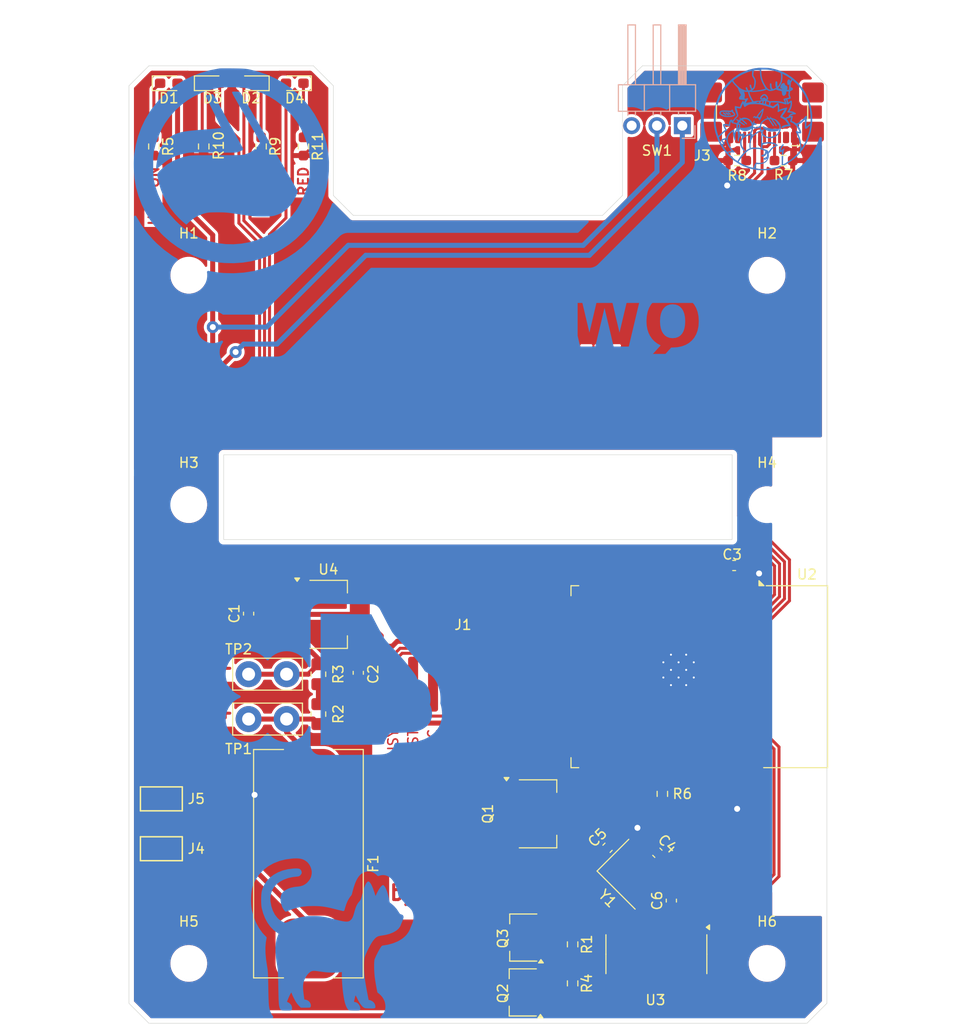
<source format=kicad_pcb>
(kicad_pcb (version 20240108) (generator "pcbnew") (generator_version "8.0")
  (layers (0 "F.Cu" signal) (31 "B.Cu" signal) (34 "B.Paste" user) (35 "F.Paste" user) (36 "B.SilkS" user "B.Silkscreen") (37 "F.SilkS" user "F.Silkscreen") (38 "B.Mask" user) (39 "F.Mask" user) (44 "Edge.Cuts" user))
  (net 0 "")
  (net 1 "+BATT")
  (net 2 "GND")
  (net 3 "+3V3")
  (net 4 "DISPLAY_EN")
  (net 5 "Net-(J1-Pin_7)")
  (net 13 "Net-(J3-CC1)")
  (net 17 "UART_RX")
  (net 23 "UART_TX")
  (net 25 "Net-(J3-CC2)")
  (net 26 "DISP_DIN")
  (net 27 "DISP_SCLK")
  (net 28 "DISP_RST")
  (net 29 "DISP_DC")
  (net 30 "DISP_BUSY")
  (net 31 "DISP_CS")
  (net 32 "Net-(R2-Pad2)")
  (net 33 "Net-(U3-XI)")
  (net 34 "Net-(U3-XO)")
  (net 39 "USB_D_{+}")
  (net 45 "USB_D_{-}")
  (net 49 "Net-(Q2-E)")
  (net 50 "MCU_EN")
  (net 51 "Net-(Q2-B)")
  (net 52 "Net-(Q3-E)")
  (net 53 "Net-(Q3-B)")
  (net 54 "MCU_BOOTSEL")
  (net 61 "Net-(D1-A)")
  (net 63 "Net-(D1-K)")
  (net 64 "/BATCON")
  (net 66 "Net-(U4-VI)")
  (net 67 "Net-(D2-K)")
  (net 68 "Net-(D2-A)")
  (net 69 "Net-(D3-A)")
  (net 70 "Net-(D3-K)")
  (net 71 "Net-(D4-A)")
  (net 72 "Net-(D4-K)")
  (footprint "Package_TO_SOT_SMD:SOT-89-3_Handsoldering" (layer "F.Cu") (at 199.55 119.405001 180)
    (property "Reference" "Q3")
    (property "Value" "BST40")
  )
  (footprint "TestPoint:TestPoint_Bridge_Pitch3.81mm_Drill1.3mm" (layer "F.Cu") (at 172 97.5)
    (property "Reference" "TP1")
    (property "Value" "I+")
  )
  (footprint "Package_TO_SOT_SMD:SOT-223-3_TabPin2" (layer "F.Cu") (at 201 107)
    (property "Reference" "Q1")
    (property "Value" "BUK9880")
  )
  (footprint "TestPoint:TestPoint_Bridge_Pitch3.81mm_Drill1.3mm" (layer "F.Cu") (at 172 93)
    (property "Reference" "TP2")
    (property "Value" "I-")
  )
  (footprint "Resistor_SMD:R_0603_1608Metric_Pad0.98x0.95mm_HandSolder" (layer "F.Cu") (at 204.5 124 -90)
    (property "Reference" "R4")
    (property "Value" "10k")
  )
  (footprint "Resistor_SMD:R_0603_1608Metric_Pad0.98x0.95mm_HandSolder" (layer "F.Cu") (at 221 41.5)
    (property "Reference" "R8")
    (property "Value" "5.1k")
  )
  (footprint "Resistor_SMD:R_0603_1608Metric_Pad0.98x0.95mm_HandSolder" (layer "F.Cu") (at 225.660931 41.5 180)
    (property "Reference" "R7")
    (property "Value" "5.1k")
  )
  (footprint "MountingHole:MountingHole_3.2mm_M3" (layer "F.Cu") (at 224 76)
    (property "Reference" "H4")
    (property "Value" "M3")
  )
  (footprint "LED_SMD:LED_0603_1608Metric_Pad1.05x0.95mm_HandSolder" (layer "F.Cu") (at 176.625 33.75 180)
    (property "Reference" "D4")
    (property "Value" "RED")
  )
  (footprint "Resistor_SMD:R_0603_1608Metric_Pad0.98x0.95mm_HandSolder" (layer "F.Cu") (at 162.5 40.0875 -90)
    (property "Reference" "R5")
    (property "Value" "R_Small")
  )
  (footprint "Package_SO:SOIC-16_3.9x9.9mm_P1.27mm" (layer "F.Cu") (at 212.9 121.075 -90)
    (property "Reference" "U3")
    (property "Value" "CH340G")
  )
  (footprint "Resistor_SMD:R_0805_2012Metric_Pad1.20x1.40mm_HandSolder" (layer "F.Cu") (at 179 97 90)
    (property "Reference" "R2")
    (property "Value" "50m")
  )
  (footprint "Crystal:Crystal_SMD_3225-4Pin_3.2x2.5mm_HandSoldering" (layer "F.Cu") (at 210.45 113.055001 -45)
    (property "Reference" "Y1")
    (property "Value" "Crystal_GND24")
  )
  (footprint "Connector_JST:JST_PH_B8B-PH-SM4-TB_1x08-1MP_P2.00mm_Vertical" (layer "F.Cu") (at 193.5 93.5)
    (property "Reference" "J1")
    (property "Value" "JST")
  )
  (footprint "Capacitor_SMD:C_0603_1608Metric_Pad1.08x0.95mm_HandSolder" (layer "F.Cu") (at 208 110.405001 45)
    (property "Reference" "C5")
    (property "Value" "9p")
  )
  (footprint "Resistor_SMD:R_0603_1608Metric_Pad0.98x0.95mm_HandSolder" (layer "F.Cu") (at 213.5 105 -90)
    (property "Reference" "R6")
    (property "Value" "50k")
  )
  (footprint "MountingHole:MountingHole_3.2mm_M3" (layer "F.Cu") (at 166 53)
    (property "Reference" "H1")
    (property "Value" "M3")
  )
  (footprint "LED_SMD:LED_0603_1608Metric_Pad1.05x0.95mm_HandSolder" (layer "F.Cu") (at 168.223333 33.75)
    (property "Reference" "D3")
    (property "Value" "BLUE")
  )
  (footprint "TestPoint:TestPoint_Keystone_5019_Minature" (layer "F.Cu") (at 163.25 110.5)
    (property "Reference" "J4")
    (property "Value" "Solder point")
  )
  (footprint "Resistor_SMD:R_0603_1608Metric_Pad0.98x0.95mm_HandSolder" (layer "F.Cu") (at 204.5 120.0875 -90)
    (property "Reference" "R1")
    (property "Value" "10k")
  )
  (footprint "MountingHole:MountingHole_3.2mm_M3" (layer "F.Cu") (at 166 122)
    (property "Reference" "H5")
    (property "Value" "M3")
  )
  (footprint "MountingHole:MountingHole_3.2mm_M3" (layer "F.Cu") (at 224 122)
    (property "Reference" "H6")
    (property "Value" "M3")
  )
  (footprint "LED_SMD:LED_0603_1608Metric_Pad1.05x0.95mm_HandSolder" (layer "F.Cu") (at 172.401666 33.75 180)
    (property "Reference" "D2")
    (property "Value" "GREEN")
  )
  (footprint "Capacitor_SMD:C_0603_1608Metric_Pad1.08x0.95mm_HandSolder" (layer "F.Cu") (at 213 110.905001 135)
    (property "Reference" "C4")
    (property "Value" "9p")
  )
  (footprint "Package_TO_SOT_SMD:SOT-89-3_Handsoldering" (layer "F.Cu") (at 199.5 124.905001 180)
    (property "Reference" "Q2")
    (property "Value" "BST40")
  )
  (footprint "Package_TO_SOT_SMD:SOT-223-3_TabPin2" (layer "F.Cu") (at 180 87)
    (property "Reference" "U4")
    (property "Value" "AMS1117-3.3")
  )
  (footprint "Connector_USB:USB_C_Receptacle_GCT_USB4110" (layer "F.Cu") (at 223.5 35.5 180)
    (property "Reference" "J3")
    (property "Value" "USB_C_Receptacle_USB2.0_16P")
  )
  (footprint "Capacitor_SMD:C_0603_1608Metric_Pad1.08x0.95mm_HandSolder" (layer "F.Cu") (at 214.4 115.7 90)
    (property "Reference" "C6")
    (property "Value" "100n")
  )
  (footprint "MountingHole:MountingHole_3.2mm_M3" (layer "F.Cu") (at 224 53)
    (property "Reference" "H2")
    (property "Value" "M3")
  )
  (footprint "RF_Module:ESP32-WROOM-32" (layer "F.Cu") (at 214.215 93.25 -90)
    (property "Reference" "U2")
    (property "Value" "ESP32-WROOM-32")
  )
  (footprint "Diode_SMD:D_0603_1608Metric_Pad1.05x0.95mm_HandSolder" (layer "F.Cu") (at 164 33.75)
    (property "Reference" "D1")
    (property "Value" "red")
  )
  (footprint "Resistor_SMD:R_0805_2012Metric_Pad1.20x1.40mm_HandSolder" (layer "F.Cu") (at 179 93 90)
    (property "Reference" "R3")
    (property "Value" "50m")
  )
  (footprint "Capacitor_SMD:C_0603_1608Metric_Pad1.08x0.95mm_HandSolder" (layer "F.Cu") (at 220.7 82.1)
    (property "Reference" "C3")
    (property "Value" "C_Small")
  )
  (footprint "Capacitor_SMD:C_0603_1608Metric_Pad1.08x0.95mm_HandSolder" (layer "F.Cu") (at 172 86.93 90)
    (property "Reference" "C1")
    (property "Value" "100n")
  )
  (footprint "Fuse:Fuseholder_Cylinder-5x20mm_Schurter_OGN-SMD_Horizontal_Open" (layer "F.Cu") (at 178 112 -90)
    (property "Reference" "F1")
    (property "Value" "500mA slow blow")
  )
  (footprint "Resistor_SMD:R_0603_1608Metric_Pad0.98x0.95mm_HandSolder" (layer "F.Cu") (at 167.5 40.0875 -90)
    (property "Reference" "R10")
    (property "Value" "500")
  )
  (footprint "TestPoint:TestPoint_Keystone_5019_Minature" (layer "F.Cu") (at 163.25 105.5)
    (property "Reference" "J5")
    (property "Value" "Solder point")
  )
  (footprint "MountingHole:MountingHole_3.2mm_M3" (layer "F.Cu") (at 166 76)
    (property "Reference" "H3")
    (property "Value" "M3")
  )
  (footprint "Resistor_SMD:R_0603_1608Metric_Pad0.98x0.95mm_HandSolder" (layer "F.Cu") (at 173.25 40.0875 -90)
    (property "Reference" "R9")
    (property "Value" "500")
  )
  (footprint "Capacitor_SMD:C_0603_1608Metric_Pad1.08x0.95mm_HandSolder" (layer "F.Cu") (at 183 92.8625 -90)
    (property "Reference" "C2")
    (property "Value" "1u")
  )
  (footprint "Resistor_SMD:R_0603_1608Metric_Pad0.98x0.95mm_HandSolder" (layer "F.Cu") (at 177.5 40.0875 -90)
    (property "Reference" "R11")
    (property "Value" "500")
  )
  (footprint "my stuff:blue-toad-drip" (layer "B.Cu") (at 210.5 96.5 180)
    (property "Reference" "G***" (hide yes))
    (property "Value" "LOGO" (hide yes))
  )
  (footprint "my stuff:icon_copper_mask_9.5mm_0.2mmP" (layer "B.Cu") (at 223.75 37.25)
    (property "Reference" "G***" (hide yes))
    (property "Value" "LOGO" (hide yes))
  )
  (footprint "my stuff:cat2" (layer "B.Cu") (at 180.5 119.5 180)
    (property "Reference" "")
    (property "Value" "")
  )
  (footprint "my stuff:ESD" (layer "B.Cu") (at 195 62.75 180)
    (property "Reference" "G***" (hide yes))
    (property "Value" "LOGO" (hide yes))
  )
  (footprint "my stuff:t42" (layer "B.Cu") (at 185 93.5 180)
    (property "Reference" "Ref**" (hide yes))
    (property "Value" "Val**")
  )
  (footprint "Connector_PinHeader_2.54mm:PinHeader_1x03_P2.54mm_Horizontal" (layer "B.Cu") (at 215.5 38 90)
    (property "Reference" "SW1")
    (property "Value" "SW_SPDT")
  )
  (footprint "my stuff:b-sheaf" (layer "B.Cu") (at 207.225005 116.639864 180)
    (property "Reference" "G***" (hide yes))
    (property "Value" "LOGO" (hide yes))
  )
  (footprint "my stuff:furry-antifa-20mm" (layer "B.Cu") (at 170.25 42)
    (property "Reference" "Ref**" (hide yes))
    (property "Value" "Val**")
  )
  (gr_line (start 230 126) (end 228 128) (stroke (width 0.05)) (layer "Edge.Cuts"))
  (gr_line (start 162 128) (end 160 126) (stroke (width 0.05)) (layer "Edge.Cuts"))
  (gr_line (start 180.5 45) (end 180.5 34) (stroke (width 0.05)) (layer "Edge.Cuts"))
  (gr_line (start 182.5 47) (end 207.5 47) (stroke (width 0.05)) (layer "Edge.Cuts"))
  (gr_line (start 230 34) (end 228 32) (stroke (width 0.05)) (layer "Edge.Cuts"))
  (gr_line (start 160 126) (end 160 34) (stroke (width 0.05)) (layer "Edge.Cuts"))
  (gr_line (start 230 34) (end 230 126) (stroke (width 0.05)) (layer "Edge.Cuts"))
  (gr_line (start 209.5 45) (end 209.5 34) (stroke (width 0.05)) (layer "Edge.Cuts"))
  (gr_rect (start 169.5 71) (end 220.5 79.5) (stroke (width 0.05)) (fill none) (layer "Edge.Cuts"))
  (gr_line (start 228 128) (end 162 128) (stroke (width 0.05)) (layer "Edge.Cuts"))
  (gr_line (start 160 34) (end 162 32) (stroke (width 0.05)) (layer "Edge.Cuts"))
  (gr_line (start 209.5 34) (end 211.5 32) (stroke (width 0.05)) (layer "Edge.Cuts"))
  (gr_line (start 180.5 34) (end 178.5 32) (stroke (width 0.05)) (layer "Edge.Cuts"))
  (gr_line (start 162 32) (end 178.5 32) (stroke (width 0.05)) (layer "Edge.Cuts"))
  (gr_line (start 211.5 32) (end 228 32) (stroke (width 0.05)) (layer "Edge.Cuts"))
  (gr_line (start 207.5 47) (end 209.5 45) (stroke (width 0.05)) (layer "Edge.Cuts"))
  (gr_line (start 182.5 47) (end 180.5 45) (stroke (width 0.05)) (layer "Edge.Cuts"))
  (gr_text "VCC" (at 200.5 98.4 90) (layer "F.Cu") (effects (font (size 1 0.95) (thickness 0.15) (bold yes)) (justify right)))
  (gr_text "CLK" (at 194.5 98.4 90) (layer "F.Cu") (effects (font (size 1 0.95) (thickness 0.15) (bold yes)) (justify right)))
  (gr_text "GREEN" (at 173.25 42 90) (layer "F.Cu") (effects (font (size 1 1) (thickness 0.2) (bold yes)) (justify right)))
  (gr_text "BUSY" (at 186.5 98.4 90) (layer "F.Cu") (effects (font (size 1 0.95) (thickness 0.15) (bold yes)) (justify right)))
  (gr_text "i^{+}" (at 168 98 0) (layer "F.Cu") (effects (font (size 1.5 1.5) (thickness 0.3) (bold yes)) (justify left bottom)))
  (gr_text "DIN" (at 196.5 98.3 90) (layer "F.Cu") (effects (font (size 1 0.95) (thickness 0.15) (bold yes)) (justify right)))
  (gr_text "RST" (at 188.5 98.4 90) (layer "F.Cu") (effects (font (size 1 0.95) (thickness 0.15) (bold yes)) (justify right)))
  (gr_text "BLUE" (at 167.5 42 90) (layer "F.Cu") (effects (font (size 1 1) (thickness 0.2) (bold yes)) (justify right)))
  (gr_text "BAT+" (at 161 114 0) (layer "F.Cu") (effects (font (size 1.5 1.5) (thickness 0.3) (bold yes)) (justify left bottom)))
  (gr_text "USB ON" (at 162.5 42 90) (layer "F.Cu") (effects (font (size 1 1) (thickness 0.2) (bold yes)) (justify right)))
  (gr_text "GND" (at 198.5 98.4 90) (layer "F.Cu") (effects (font (size 1 0.95) (thickness 0.15) (bold yes)) (justify right)))
  (gr_text "BAT-" (at 161 103.9 0) (layer "F.Cu") (effects (font (size 1.5 1.5) (thickness 0.3) (bold yes)) (justify left bottom)))
  (gr_text "i^{-}" (at 168 93.5 0) (layer "F.Cu") (effects (font (size 1.5 1.5) (thickness 0.3) (bold yes)) (justify left bottom)))
  (gr_text "CS" (at 192.5 98.4 90) (layer "F.Cu") (effects (font (size 1 0.95) (thickness 0.15) (bold yes)) (justify right)))
  (gr_text "DC" (at 190.5 98.4 90) (layer "F.Cu") (effects (font (size 1 0.95) (thickness 0.15) (bold yes)) (justify right)))
  (gr_text "made with <3\nby SA6NYA" (at 186 115.8 0) (layer "F.Cu") (effects (font (size 1.5 1.5) (thickness 0.3) (bold yes)) (justify left bottom)))
  (gr_text "RED" (at 177.5 42 90) (layer "F.Cu") (effects (font (size 1 1) (thickness 0.2) (bold yes)) (justify right)))
  (gr_text ":33333333333333333333\n33333333333333333333\n333333333333333333333333\n33333333333" (at 180 69 0) (layer "F.Cu" knockout) (effects (font (size 1.5 1.5) (thickness 0.3) (bold yes)) (justify left bottom)))
  (gr_text "QWD" (at 217.5 61 0) (layer "B.Cu" knockout) (effects (font (size 5 5) (thickness 0.3) (bold yes)) (justify left bottom mirror)))
  (segment (start 178.5 97.5) (end 179 98) (width 0.5) (layer "F.Cu") (net 1))
  (segment (start 175.81 98.81) (end 175.81 97.5) (width 0.5) (layer "F.Cu") (net 1))
  (segment (start 178 103.5) (end 178 101) (width 0.5) (layer "F.Cu") (net 1))
  (segment (start 175.81 97.5) (end 178.5 97.5) (width 0.5) (layer "F.Cu") (net 1))
  (segment (start 175.81 97.5) (end 172 97.5) (width 0.5) (layer "F.Cu") (net 1))
  (segment (start 178 101) (end 175.81 98.81) (width 0.5) (layer "F.Cu") (net 1))
  (segment (start 166.25 39.75) (end 167.5 41) (width 0.3) (layer "F.Cu") (net 2))
  (segment (start 166 96.5) (end 166 87.5) (width 0.5) (layer "F.Cu") (net 2))
  (segment (start 222.465 105.035) (end 222.465 102) (width 0.5) (layer "F.Cu") (net 2))
  (segment (start 211.468718 111.216523) (end 212.39012 110.295121) (width 0.3) (layer "F.Cu") (net 2))
  (segment (start 165.9 32.65) (end 166.25 33) (width 0.3) (layer "F.Cu") (net 2))
  (segment (start 209.91967 114.151017) (end 209.91967 113.657455) (width 0.3) (layer "F.Cu") (net 2))
  (segment (start 210.031282 111.216523) (end 208.60988 109.795121) (width 0.3) (layer "F.Cu") (net 2))
  (segment (start 218.324156 118.6) (end 224.1 112.824156) (width 0.3) (layer "F.Cu") (net 2))
  (segment (start 173.3675 84.7) (end 176.85 84.7) (width 0.5) (layer "F.Cu") (net 2))
  (segment (start 210.237868 111.216523) (end 210.237868 109.167133) (width 0.5) (layer "F.Cu") (net 2))
  (segment (start 217.345 118.6) (end 218.324156 118.6) (width 0.3) (layer "F.Cu") (net 2))
  (segment (start 178.475 40.025) (end 177.5 41) (width 0.3) (layer "F.Cu") (net 2))
  (segment (start 161.575 40.075) (end 161.575 33.425) (width 0.3) (layer "F.Cu") (net 2))
  (segment (start 166.25 33) (end 166.25 39.75) (width 0.3) (layer "F.Cu") (net 2))
  (segment (start 214.9 114.3375) (end 214.4 114.8375) (width 0.3) (layer "F.Cu") (net 2))
  (segment (start 217.426569 121.4) (end 208.948528 121.4) (width 0.3) (layer "F.Cu") (net 2))
  (segment (start 174.75 39.5) (end 173.25 41) (width 0.3) (layer "F.Cu") (net 2))
  (segment (start 226.056 37.556) (end 221.154894 37.556) (width 0.5) (layer "F.Cu") (net 2))
  (segment (start 214.9 110.305001) (end 214.9 114.3375) (width 0.3) (layer "F.Cu") (net 2))
  (segment (start 210.237868 111.216523) (end 211.468718 111.216523) (width 0.3) (layer "F.Cu") (net 2))
  (segment (start 210.015 87.54) (end 204.705 87.54) (width 0.3) (layer "F.Cu") (net 2))
  (segment (start 224.1 100.751472) (end 217.443528 94.095) (width 0.3) (layer "F.Cu") (net 2))
  (segment (start 223.2 82.9) (end 223.2 83.765) (width 0.5) (layer "F.Cu") (net 2))
  (segment (start 172.5 105) (end 172.6 105.1) (width 0.5) (layer "F.Cu") (net 2))
  (segment (start 210.98033 111.958985) (end 210.237868 111.216523) (width 0.3) (layer "F.Cu") (net 2))
  (segment (start 161.575 33.425) (end 162.35 32.65) (width 0.3) (layer "F.Cu") (net 2))
  (segment (start 178.475 32.975) (end 178.475 40.025) (width 0.3) (layer "F.Cu") (net 2))
  (segment (start 221 106.5) (end 222.465 105.035) (width 0.5) (layer "F.Cu") (net 2))
  (segment (start 217.443528 94.095) (end 215.8875 94.095) (width 0.3) (layer "F.Cu") (net 2))
  (segment (start 210.237868 109.167133) (end 211 108.405001) (width 0.5) (layer "F.Cu") (net 2))
  (segment (start 223.2 83.765) (end 222.465 84.5) (width 0.5) (layer "F.Cu") (net 2))
  (segment (start 222.4 82.1) (end 221.5625 82.1) (width 0.5) (layer "F.Cu") (net 2))
  (segment (start 223.2 82.9) (end 222.4 82.1) (width 0.5) (layer "F.Cu") (net 2))
  (segment (start 210.237868 111.216523) (end 210.031282 111.216523) (width 0.3) (layer "F.Cu") (net 2))
  (segment (start 209.91967 113.657455) (end 210.98033 112.596795) (width 0.3) (layer "F.Cu") (net 2))
  (segment (start 171 105) (end 172.5 105) (width 0.5) (layer "F.Cu") (net 2))
  (segment (start 167.4325 86.0675) (end 172 86.0675) (width 0.5) (layer "F.Cu") (net 2))
  (segment (start 210.98033 112.596795) (end 210.98033 111.958985) (width 0.3) (layer "F.Cu") (net 2))
  (segment (start 213.27 90.795) (end 210.015 87.54) (width 0.3) (layer "F.Cu") (net 2))
  (segment (start 221.154894 37.556) (end 220.0875 38.623394) (width 0.5) (layer "F.Cu") (net 2))
  (segment (start 174.75 33) (end 175.1 32.65) (width 0.3) (layer "F.Cu") (net 2))
  (segment (start 166.5 32.75) (end 174.5 32.75) (width 0.3) (layer "F.Cu") (net 2))
  (segment (start 166.25 33) (end 166.5 32.75) (width 0.3) (layer "F.Cu") (net 2))
  (segment (start 226.573431 41.5) (end 226.75 41.323431) (width 0.5) (layer "F.Cu") (net 2))
  (segment (start 208.948528 121.4) (end 204.1 116.551472) (width 0.3) (layer "F.Cu") (net 2))
  (segment (start 224.1 112.824156) (end 224.1 100.751472) (width 0.3) (layer "F.Cu") (net 2))
  (segment (start 220.0875 38.623394) (end 220.0875 41.5) (width 0.5) (layer "F.Cu") (net 2))
  (segment (start 215.5575 90.795) (end 213.27 90.795) (width 0.3) (layer "F.Cu") (net 2))
  (segment (start 204.1 111.71216) (end 206.017039 109.795121) (width 0.3) (layer "F.Cu") (net 2))
  (segment (start 213.03024 109.655001) (end 214.25 109.655001) (width 0.3) (layer "F.Cu") (net 2))
  (segment (start 171 101.5) (end 166 96.5) (width 0.5) (layer "F.Cu") (net 2))
  (segment (start 226.75 41.323431) (end 226.75 38.25) (width 0.5) (layer "F.Cu") (net 2))
  (segment (start 170.5 105.5) (end 171 105) (width 0.5) (layer "F.Cu") (net 2))
  (segment (start 163.25 105.5) (end 170.5 105.5) (width 0.5) (layer "F.Cu") (net 2))
  (segment (start 206.017039 109.795121) (end 208.60988 109.795121) (width 0.3) (layer "F.Cu") (net 2))
  (segment (start 212.39012 110.295121) (end 213.03024 109.655001) (width 0.3) (layer "F.Cu") (net 2))
  (segment (start 178.15 32.65) (end 178.475 32.975) (width 0.3) (layer "F.Cu") (net 2))
  (segment (start 174.75 33) (end 174.75 39.5) (width 0.3) (layer "F.Cu") (net 2))
  (segment (start 226.75 38.25) (end 226.056 37.556) (width 0.5) (layer "F.Cu") (net 2))
  (segment (start 214.25 109.655001) (end 214.9 110.305001) (width 0.3) (layer "F.Cu") (net 2))
  (segment (start 166 87.5) (end 167.4325 86.0675) (width 0.5) (layer "F.Cu") (net 2))
  (segment (start 213.492501 105.9125) (end 213.5 105.9125) (width 0.5) (layer "F.Cu") (net 2))
  (segment (start 174.5 32.75) (end 174.75 33) (width 0.3) (layer "F.Cu") (net 2))
  (segment (start 162.35 32.65) (end 165.9 32.65) (width 0.3) (layer "F.Cu") (net 2))
  (segment (start 172 86.0675) (end 173.3675 84.7) (width 0.5) (layer "F.Cu") (net 2))
  (segment (start 211 108.405001) (end 213.492501 105.9125) (width 0.5) (layer "F.Cu") (net 2))
  (segment (start 175.1 32.65) (end 178.15 32.65) (width 0.3) (layer "F.Cu") (net 2))
  (segment (start 171 105) (end 171 101.5) (width 0.5) (layer "F.Cu") (net 2))
  (segment (start 210.662132 114.893479) (end 209.91967 114.151017) (width 0.3) (layer "F.Cu") (net 2))
  (segment (start 162.5 41) (end 161.575 40.075) (width 0.3) (layer "F.Cu") (net 2))
  (segment (start 204.1 116.551472) (end 204.1 111.71216) (width 0.3) (layer "F.Cu") (net 2))
  (via (at 220 44) (size 1.2) (drill 0.6) (layers "F.Cu" "B.Cu") (net 2))
  (via (at 221 106.5) (size 1.2) (drill 0.6) (layers "F.Cu" "B.Cu") (net 2))
  (via (at 223.2 82.9) (size 1.2) (drill 0.6) (layers "F.Cu" "B.Cu") (net 2))
  (via (at 211 108.405001) (size 1.2) (drill 0.6) (layers "F.Cu" "B.Cu") (net 2))
  (via (at 172.6 105.1) (size 1.2) (drill 0.6) (layers "F.Cu" "B.Cu") (net 2))
  (segment (start 196.910634 87.207) (end 198.009634 86.108) (width 0.5) (layer "F.Cu") (net 3))
  (segment (start 186.403357 90.201) (end 186.902357 89.702) (width 0.5) (layer "F.Cu") (net 3))
  (segment (start 184.951 90.95501) (end 185.3 90.60601) (width 0.5) (layer "F.Cu") (net 3))
  (segment (start 188.698 89.202) (end 189.990973 89.202) (width 0.5) (layer "F.Cu") (net 3))
  (segment (start 169.2 62.2) (end 169.2 65.93137) (width 0.5) (layer "F.Cu") (net 3))
  (segment (start 183.15 85.65) (end 183.15 87) (width 0.5) (layer "F.Cu") (net 3))
  (segment (start 184.951 97.04499) (end 184.951 92) (width 0.5) (layer "F.Cu") (net 3))
  (segment (start 184.951 90.95501) (end 185.70501 90.201) (width 0.5) (layer "F.Cu") (net 3))
  (segment (start 161.9 80.501336) (end 163.273664 81.875) (width 0.5) (layer "F.Cu") (net 3))
  (segment (start 200.5 96.75) (end 199.35 97.9) (width 0.5) (layer "F.Cu") (net 3))
  (segment (start 200.5 94) (end 200.5 96.75) (width 0.5) (layer "F.Cu") (net 3))
  (segment (start 221.195 83.4575) (end 219.8375 82.1) (width 0.5) (layer "F.Cu") (net 3))
  (segment (start 189.990973 89.202) (end 190.488973 88.704) (width 0.5) (layer "F.Cu") (net 3))
  (segment (start 193.576587 88.205) (end 194.176587 87.605) (width 0.5) (layer "F.Cu") (net 3))
  (segment (start 188.198 89.702) (end 188.698 89.202) (width 0.5) (layer "F.Cu") (net 3))
  (segment (start 185.3 90.60601) (end 185.3 89.15) (width 0.5) (layer "F.Cu") (net 3))
  (segment (start 169.2 65.93137) (end 161.9 73.23137) (width 0.5) (layer "F.Cu") (net 3))
  (segment (start 221.195 84.5) (end 221.195 83.4575) (width 0.5) (layer "F.Cu") (net 3))
  (segment (start 199.35 97.9) (end 185.80601 97.9) (width 0.5) (layer "F.Cu") (net 3))
  (segment (start 163.273664 81.875) (end 179.375 81.875) (width 0.5) (layer "F.Cu") (net 3))
  (segment (start 190.488973 88.704) (end 191.68328 88.704) (width 0.5) (layer "F.Cu") (net 3))
  (segment (start 192.18228 88.205) (end 193.576587 88.205) (width 0.5) (layer "F.Cu") (net 3))
  (segment (start 186.902357 89.702) (end 188.198 89.702) (width 0.5) (layer "F.Cu") (net 3))
  (segment (start 179.375 81.875) (end 183.15 85.65) (width 0.5) (layer "F.Cu") (net 3))
  (segment (start 194.176587 87.605) (end 195.470898 87.605) (width 0.5) (layer "F.Cu") (net 3))
  (segment (start 185.70501 90.201) (end 186.403357 90.201) (width 0.5) (layer "F.Cu") (net 3))
  (segment (start 184.951 92) (end 184.951 90.95501) (width 0.5) (layer "F.Cu") (net 3))
  (segment (start 204.699 82.701) (end 219.2365 82.701) (width 0.5) (layer "F.Cu") (net 3))
  (segment (start 195.868898 87.207) (end 196.910634 87.207) (width 0.5) (layer "F.Cu") (net 3))
  (segment (start 161.9 73.23137) (end 161.9 80.501336) (width 0.5) (layer "F.Cu") (net 3))
  (segment (start 170.7 60.7) (end 169.2 62.2) (width 0.5) (layer "F.Cu") (net 3))
  (segment (start 185.3 89.15) (end 183.15 87) (width 0.5) (layer "F.Cu") (net 3))
  (segment (start 219.2365 82.701) (end 219.8375 82.1) (width 0.5) (layer "F.Cu") (net 3))
  (segment (start 198.009634 86.108) (end 201.292 86.108) (width 0.5) (layer "F.Cu") (net 3))
  (segment (start 191.68328 88.704) (end 192.18228 88.205) (width 0.5) (layer "F.Cu") (net 3))
  (segment (start 201.292 86.108) (end 204.699 82.701) (width 0.5) (layer "F.Cu") (net 3))
  (segment (start 185.80601 97.9) (end 184.951 97.04499) (width 0.5) (layer "F.Cu") (net 3))
  (segment (start 176.85 87) (end 183.15 87) (width 0.5) (layer "F.Cu") (net 3))
  (segment (start 195.470898 87.605) (end 195.868898 87.207) (width 0.5) (layer "F.Cu") (net 3))
  (segment (start 183 92) (end 184.951 92) (width 0.5) (layer "F.Cu") (net 3))
  (via (at 170.7 60.7) (size 1.2) (drill 0.6) (layers "F.Cu" "B.Cu") (net 3))
  (segment (start 183.75 51) (end 206.176969 51) (width 0.5) (layer "B.Cu") (net 3))
  (segment (start 206.176969 51) (end 215.5 41.676969) (width 0.5) (layer "B.Cu") (net 3))
  (segment (start 171.5 59.9) (end 174.85 59.9) (width 0.5) (layer "B.Cu") (net 3))
  (segment (start 215.5 41.676969) (end 215.5 38) (width 0.5) (layer "B.Cu") (net 3))
  (segment (start 170.7 60.7) (end 171.5 59.9) (width 0.5) (layer "B.Cu") (net 3))
  (segment (start 174.85 59.9) (end 183.75 51) (width 0.5) (layer "B.Cu") (net 3))
  (segment (start 202.212385 103.807693) (end 202.212385 103.807692) (width 0.3) (layer "F.Cu") (net 4))
  (segment (start 201.920078 104.1) (end 202.212385 103.807693) (width 0.3) (layer "F.Cu") (net 4))
  (segment (start 212.5115 103.099) (end 213.5 104.0875) (width 0.3) (layer "F.Cu") (net 4))
  (segment (start 213.575 102) (end 213.575 104.0125) (width 0.3) (layer "F.Cu") (net 4))
  (segment (start 213.575 104.0125) (end 213.5 104.0875) (width 0.3) (layer "F.Cu") (net 4))
  (segment (start 202.212385 103.807692) (end 202.921077 103.099) (width 0.3) (layer "F.Cu") (net 4))
  (segment (start 198.45 104.1) (end 201.920078 104.1) (width 0.3) (layer "F.Cu") (net 4))
  (segment (start 202.921077 103.099) (end 212.5115 103.099) (width 0.3) (layer "F.Cu") (net 4))
  (segment (start 197.85 104.7) (end 198.45 104.1) (width 0.3) (layer "F.Cu") (net 4))
  (segment (start 197.85 107) (end 196.85 107) (width 0.3) (layer "F.Cu") (net 5))
  (segment (start 196.420416 103.4) (end 196.718416 103.102) (width 0.3) (layer "F.Cu") (net 5))
  (segment (start 202.109 91.156429) (end 201.253571 90.301) (width 0.3) (layer "F.Cu") (net 5))
  (segment (start 195.902846 103.917569) (end 196.420416 103.4) (width 0.3) (layer "F.Cu") (net 5))
  (segment (start 199.746429 90.301) (end 198.5 91.547429) (width 0.3) (layer "F.Cu") (net 5))
  (segment (start 198.5 91.547429) (end 198.5 94) (width 0.3) (layer "F.Cu") (net 5))
  (segment (start 196.85 107) (end 195.902846 106.052846) (width 0.3) (layer "F.Cu") (net 5))
  (segment (start 201.506693 103.102) (end 202.109 102.499693) (width 0.3) (layer "F.Cu") (net 5))
  (segment (start 201.253571 90.301) (end 199.746429 90.301) (width 0.3) (layer "F.Cu") (net 5))
  (segment (start 197.85 107) (end 204.15 107) (width 0.3) (layer "F.Cu") (net 5))
  (segment (start 202.109 102.499693) (end 202.109 91.156429) (width 0.3) (layer "F.Cu") (net 5))
  (segment (start 195.902846 106.052846) (end 195.902846 103.917569) (width 0.3) (layer "F.Cu") (net 5))
  (segment (start 196.718416 103.102) (end 201.506693 103.102) (width 0.3) (layer "F.Cu") (net 5))
  (segment (start 224.748431 41.5) (end 224.75 41.498431) (width 0.3) (layer "F.Cu") (net 13))
  (segment (start 224.75 41.498431) (end 224.75 39.18) (width 0.3) (layer "F.Cu") (net 13))
  (segment (start 217.9 100.5) (end 223 100.5) (width 0.3) (layer "F.Cu") (net 17))
  (segment (start 223.5 109.905001) (end 216.075 117.330001) (width 0.3) (layer "F.Cu") (net 17))
  (segment (start 217.385 102) (end 217.385 101.015) (width 0.3) (layer "F.Cu") (net 17))
  (segment (start 223 100.5) (end 223.5 101) (width 0.3) (layer "F.Cu") (net 17))
  (segment (start 217.385 101.015) (end 217.9 100.5) (width 0.3) (layer "F.Cu") (net 17))
  (segment (start 223.5 101) (end 223.5 109.905001) (width 0.3) (layer "F.Cu") (net 17))
  (segment (start 216.075 117.330001) (end 216.075 118.6) (width 0.3) (layer "F.Cu") (net 17))
  (segment (start 216 116.430001) (end 214.805 117.625001) (width 0.3) (layer "F.Cu") (net 23))
  (segment (start 218.655 102) (end 218.655 103.345) (width 0.3) (layer "F.Cu") (net 23))
  (segment (start 216 106) (end 216 116.430001) (width 0.3) (layer "F.Cu") (net 23))
  (segment (start 218.655 103.345) (end 216 106) (width 0.3) (layer "F.Cu") (net 23))
  (segment (start 214.805 117.625001) (end 214.805 118.6) (width 0.3) (layer "F.Cu") (net 23))
  (segment (start 221.75 39.18) (end 221.75 41.3375) (width 0.3) (layer "F.Cu") (net 25))
  (segment (start 221.75 41.3375) (end 221.9125 41.5) (width 0.3) (layer "F.Cu") (net 25))
  (segment (start 209.261 100.901) (end 209.765 101.405) (width 0.3) (layer "F.Cu") (net 26))
  (segment (start 209.765 101.405) (end 209.765 102) (width 0.3) (layer "F.Cu") (net 26))
  (segment (start 198.440737 90.901) (end 199.247429 90.094307) (width 0.3) (layer "F.Cu") (net 26))
  (segment (start 196.5 91.8) (end 197.399 90.901) (width 0.3) (layer "F.Cu") (net 26))
  (segment (start 201.460264 89.802) (end 202.608 90.949736) (width 0.3) (layer "F.Cu") (net 26))
  (segment (start 203.389614 100.901) (end 209.261 100.901) (width 0.3) (layer "F.Cu") (net 26))
  (segment (start 197.399 90.901) (end 198.440737 90.901) (width 0.3) (layer "F.Cu") (net 26))
  (segment (start 196.5 94) (end 196.5 91.8) (width 0.3) (layer "F.Cu") (net 26))
  (segment (start 199.539736 89.802) (end 201.460264 89.802) (width 0.3) (layer "F.Cu") (net 26))
  (segment (start 202.608 90.949736) (end 202.608 100.119386) (width 0.3) (layer "F.Cu") (net 26))
  (segment (start 202.608 100.119386) (end 203.389614 100.901) (width 0.3) (layer "F.Cu") (net 26))
  (segment (start 199.247429 90.094307) (end 199.539736 89.802) (width 0.3) (layer "F.Cu") (net 26))
  (segment (start 201.666957 89.303) (end 199.333043 89.303) (width 0.3) (layer "F.Cu") (net 27))
  (segment (start 197.192308 90.402) (end 196.794308 90.8) (width 0.3) (layer "F.Cu") (net 27))
  (segment (start 203.107 99.912693) (end 203.107 90.743043) (width 0.3) (layer "F.Cu") (net 27))
  (segment (start 203.107 90.743043) (end 201.666957 89.303) (width 0.3) (layer "F.Cu") (net 27))
  (segment (start 196.794308 90.8) (end 195.5 90.8) (width 0.3) (layer "F.Cu") (net 27))
  (segment (start 203.596307 100.402) (end 203.107 99.912693) (width 0.3) (layer "F.Cu") (net 27))
  (segment (start 211.302 100.402) (end 203.596307 100.402) (width 0.3) (layer "F.Cu") (net 27))
  (segment (start 212.305 101.405) (end 211.302 100.402) (width 0.3) (layer "F.Cu") (net 27))
  (segment (start 212.305 102) (end 212.305 101.405) (width 0.3) (layer "F.Cu") (net 27))
  (segment (start 199.333043 89.303) (end 198.234043 90.402) (width 0.3) (layer "F.Cu") (net 27))
  (segment (start 198.234043 90.402) (end 197.192308 90.402) (width 0.3) (layer "F.Cu") (net 27))
  (segment (start 194.5 91.8) (end 194.5 94) (width 0.3) (layer "F.Cu") (net 27))
  (segment (start 195.5 90.8) (end 194.5 91.8) (width 0.3) (layer "F.Cu") (net 27))
  (segment (start 190.694308 90.9) (end 191.192308 90.402) (width 0.3) (layer "F.Cu") (net 28))
  (segment (start 196.572232 88.905) (end 197.613967 88.905) (width 0.3) (layer "F.Cu") (net 28))
  (segment (start 196.174232 89.303) (end 196.572232 88.905) (width 0.3) (layer "F.Cu") (net 28))
  (segment (start 194.279922 89.903) (end 194.879922 89.303) (width 0.3) (layer "F.Cu") (net 28))
  (segment (start 188.5 91.85) (end 189.45 90.9) (width 0.3) (layer "F.Cu") (net 28))
  (segment (start 192.386615 90.402) (end 192.885615 89.903) (width 0.3) (layer "F.Cu") (net 28))
  (segment (start 194.879922 89.303) (end 196.174232 89.303) (width 0.3) (layer "F.Cu") (net 28))
  (segment (start 198.712967 87.806) (end 202.094 87.806) (width 0.3) (layer "F.Cu") (net 28))
  (segment (start 202.094 87.806) (end 203.4 86.5) (width 0.3) (layer "F.Cu") (net 28))
  (segment (start 192.885615 89.903) (end 194.279922 89.903) (width 0.3) (layer "F.Cu") (net 28))
  (segment (start 203.4 86.5) (end 207.4 86.5) (width 0.3) (layer "F.Cu") (net 28))
  (segment (start 208.495 85.405) (end 208.495 84.5) (width 0.3) (layer "F.Cu") (net 28))
  (segment (start 189.45 90.9) (end 190.694308 90.9) (width 0.3) (layer "F.Cu") (net 28))
  (segment (start 207.4 86.5) (end 208.495 85.405) (width 0.3) (layer "F.Cu") (net 28))
  (segment (start 191.192308 90.402) (end 192.386615 90.402) (width 0.3) (layer "F.Cu") (net 28))
  (segment (start 188.5 94) (end 188.5 91.85) (width 0.3) (layer "F.Cu") (net 28))
  (segment (start 197.613967 88.905) (end 198.712967 87.806) (width 0.3) (layer "F.Cu") (net 28))
  (segment (start 196.380924 89.802) (end 195.086615 89.802) (width 0.3) (layer "F.Cu") (net 29))
  (segment (start 192.593308 90.901) (end 191.399 90.901) (width 0.3) (layer "F.Cu") (net 29))
  (segment (start 198.919659 88.305) (end 197.820659 89.404) (width 0.3) (layer "F.Cu") (net 29))
  (segment (start 190.5 91.8) (end 190.5 94) (width 0.3) (layer "F.Cu") (net 29))
  (segment (start 193.092308 90.402) (end 192.593308 90.901) (width 0.3) (layer "F.Cu") (net 29))
  (segment (start 204.25 88.81) (end 202.585342 88.81) (width 0.3) (layer "F.Cu") (net 29))
  (segment (start 202.080342 88.305) (end 198.919659 88.305) (width 0.3) (layer "F.Cu") (net 29))
  (segment (start 196.778924 89.404) (end 196.380924 89.802) (width 0.3) (layer "F.Cu") (net 29))
  (segment (start 195.086615 89.802) (end 194.486615 90.402) (width 0.3) (layer "F.Cu") (net 29))
  (segment (start 191.399 90.901) (end 190.5 91.8) (width 0.3) (layer "F.Cu") (net 29))
  (segment (start 194.486615 90.402) (end 193.092308 90.402) (width 0.3) (layer "F.Cu") (net 29))
  (segment (start 197.820659 89.404) (end 196.778924 89.404) (width 0.3) (layer "F.Cu") (net 29))
  (segment (start 202.585342 88.81) (end 202.080342 88.305) (width 0.3) (layer "F.Cu") (net 29))
  (segment (start 198.213967 87.599307) (end 198.506274 87.307) (width 0.3) (layer "F.Cu") (net 30))
  (segment (start 190.985616 89.903) (end 192.179923 89.903) (width 0.3) (layer "F.Cu") (net 30))
  (segment (start 195.96754 88.804) (end 196.36554 88.406) (width 0.3) (layer "F.Cu") (net 30))
  (segment (start 206.599 86.001) (end 207.225 85.375) (width 0.3) (layer "F.Cu") (net 30))
  (segment (start 207.225 85.375) (end 207.225 84.5) (width 0.3) (layer "F.Cu") (net 30))
  (segment (start 188.743308 90.901) (end 189.243308 90.401) (width 0.3) (layer "F.Cu") (net 30))
  (segment (start 190.487616 90.401) (end 190.985616 89.903) (width 0.3) (layer "F.Cu") (net 30))
  (segment (start 192.179923 89.903) (end 192.678923 89.404) (width 0.3) (layer "F.Cu") (net 30))
  (segment (start 203.193307 86.001) (end 206.599 86.001) (width 0.3) (layer "F.Cu") (net 30))
  (segment (start 198.506274 87.307) (end 201.887307 87.307) (width 0.3) (layer "F.Cu") (net 30))
  (segment (start 201.887307 87.307) (end 203.193307 86.001) (width 0.3) (layer "F.Cu") (net 30))
  (segment (start 194.67323 88.804) (end 195.96754 88.804) (width 0.3) (layer "F.Cu") (net 30))
  (segment (start 196.36554 88.406) (end 197.407275 88.406) (width 0.3) (layer "F.Cu") (net 30))
  (segment (start 189.243308 90.401) (end 190.487616 90.401) (width 0.3) (layer "F.Cu") (net 30))
  (segment (start 197.407275 88.406) (end 198.213967 87.599307) (width 0.3) (layer "F.Cu") (net 30))
  (segment (start 192.678923 89.404) (end 194.07323 89.404) (width 0.3) (layer "F.Cu") (net 30))
  (segment (start 186.5 91.8) (end 187.399 90.901) (width 0.3) (layer "F.Cu") (net 30))
  (segment (start 186.5 94) (end 186.5 91.8) (width 0.3) (layer "F.Cu") (net 30))
  (segment (start 187.399 90.901) (end 188.743308 90.901) (width 0.3) (layer "F.Cu") (net 30))
  (segment (start 194.07323 89.404) (end 194.67323 88.804) (width 0.3) (layer "F.Cu") (net 30))
  (segment (start 201.87365 88.804) (end 203.606 90.53635) (width 0.3) (layer "F.Cu") (net 31))
  (segment (start 214.903 99.903) (end 216.115 101.115) (width 0.3) (layer "F.Cu") (net 31))
  (segment (start 192.5 91.7) (end 193.299 90.901) (width 0.3) (layer "F.Cu") (net 31))
  (segment (start 196.985616 89.903) (end 198.027351 89.903) (width 0.3) (layer "F.Cu") (net 31))
  (segment (start 198.027351 89.903) (end 198.834043 89.096308) (width 0.3) (layer "F.Cu") (net 31))
  (segment (start 192.5 94) (end 192.5 91.7) (width 0.3) (layer "F.Cu") (net 31))
  (segment (start 195.293308 90.301) (end 196.587616 90.301) (width 0.3) (layer "F.Cu") (net 31))
  (segment (start 203.606 99.706) (end 203.803 99.903) (width 0.3) (layer "F.Cu") (net 31))
  (segment (start 199.12635 88.804) (end 201.87365 88.804) (width 0.3) (layer "F.Cu") (net 31))
  (segment (start 203.606 90.53635) (end 203.606 99.706) (width 0.3) (layer "F.Cu") (net 31))
  (segment (start 216.115 101.115) (end 216.115 102) (width 0.3) (layer "F.Cu") (net 31))
  (segment (start 203.803 99.903) (end 214.903 99.903) (width 0.3) (layer "F.Cu") (net 31))
  (segment (start 198.834043 89.096307) (end 199.12635 88.804) (width 0.3) (layer "F.Cu") (net 31))
  (segment (start 196.587616 90.301) (end 196.985616 89.903) (width 0.3) (layer "F.Cu") (net 31))
  (segment (start 194.693308 90.901) (end 195.293308 90.301) (width 0.3) (layer "F.Cu") (net 31))
  (segment (start 193.299 90.901) (end 194.693308 90.901) (width 0.3) (layer "F.Cu") (net 31))
  (segment (start 198.834043 89.096308) (end 198.834043 89.096307) (width 0.3) (layer "F.Cu") (net 31))
  (segment (start 179 94) (end 179 96) (width 0.5) (layer "F.Cu") (net 32))
  (segment (start 209.725 118.6) (end 209.725 117.675) (width 0.3) (layer "F.Cu") (net 33))
  (segment (start 212.288478 113.267133) (end 212.288478 112.836283) (width 0.3) (layer "F.Cu") (net 33))
  (segment (start 212.288478 112.836283) (end 213.60988 111.514881) (width 0.3) (layer "F.Cu") (net 33))
  (segment (start 213.03094 114.009595) (end 212.288478 113.267133) (width 0.3) (layer "F.Cu") (net 33))
  (segment (start 210.3 117.1) (end 211.305001 117.1) (width 0.3) (layer "F.Cu") (net 33))
  (segment (start 211.305001 117.1) (end 213.03094 115.374061) (width 0.3) (layer "F.Cu") (net 33))
  (segment (start 213.03094 115.374061) (end 213.03094 114.009595) (width 0.3) (layer "F.Cu") (net 33))
  (segment (start 209.725 117.675) (end 210.3 117.1) (width 0.3) (layer "F.Cu") (net 33))
  (segment (start 208.611522 112.236283) (end 207.39012 111.014881) (width 0.3) (layer "F.Cu") (net 34))
  (segment (start 208.611522 112.842869) (end 208.611522 112.236283) (width 0.3) (layer "F.Cu") (net 34))
  (segment (start 208.455 118.6) (end 208.455 112.999391) (width 0.3) (layer "F.Cu") (net 34))
  (segment (start 208.455 112.999391) (end 208.611522 112.842869) (width 0.3) (layer "F.Cu") (net 34))
  (segment (start 222.75 42.75) (end 222.75 39.18) (width 0.3) (layer "F.Cu") (net 39))
  (segment (start 223.75 38.503296) (end 223.75 39.18) (width 0.3) (layer "F.Cu") (net 39))
  (segment (start 223.5 99.302944) (end 223.5 87.682079) (width 0.3) (layer "F.Cu") (net 39))
  (segment (start 212.265 118.6) (end 212.265 119.01485) (width 0.3) (layer "F.Cu") (net 39))
  (segment (start 225.747 85.435079) (end 225.747 81.729921) (width 0.3) (layer "F.Cu") (net 39))
  (segment (start 221.15 77.132921) (end 221.15 44.35) (width 0.3) (layer "F.Cu") (net 39))
  (segment (start 222.75 39.18) (end 222.75 38.503296) (width 0.3) (layer "F.Cu") (net 39))
  (segment (start 224.7 100.502944) (end 223.5 99.302944) (width 0.3) (layer "F.Cu") (net 39))
  (segment (start 213.45015 120.2) (end 217.572684 120.2) (width 0.3) (layer "F.Cu") (net 39))
  (segment (start 221.15 44.35) (end 222.75 42.75) (width 0.3) (layer "F.Cu") (net 39))
  (segment (start 225.747 81.729921) (end 221.15 77.132921) (width 0.3) (layer "F.Cu") (net 39))
  (segment (start 217.572684 120.2) (end 224.7 113.072684) (width 0.3) (layer "F.Cu") (net 39))
  (segment (start 222.997296 38.256) (end 223.502704 38.256) (width 0.3) (layer "F.Cu") (net 39))
  (segment (start 223.5 87.682079) (end 225.747 85.435079) (width 0.3) (layer "F.Cu") (net 39))
  (segment (start 222.75 38.503296) (end 222.997296 38.256) (width 0.3) (layer "F.Cu") (net 39))
  (segment (start 224.7 113.072684) (end 224.7 100.502944) (width 0.3) (layer "F.Cu") (net 39))
  (segment (start 212.265 119.01485) (end 213.45015 120.2) (width 0.3) (layer "F.Cu") (net 39))
  (segment (start 223.502704 38.256) (end 223.75 38.503296) (width 0.3) (layer "F.Cu") (net 39))
  (segment (start 223.497296 40.104) (end 223.497296 42.708396) (width 0.3) (layer "F.Cu") (net 45))
  (segment (start 223.497296 40.104) (end 224.002704 40.104) (width 0.3) (layer "F.Cu") (net 45))
  (segment (start 224 87.887772) (end 224 99.097252) (width 0.3) (layer "F.Cu") (net 45))
  (segment (start 217.678376 120.8) (end 212.220001 120.8) (width 0.3) (layer "F.Cu") (net 45))
  (segment (start 225.199 113.279376) (end 217.678376 120.8) (width 0.3) (layer "F.Cu") (net 45))
  (segment (start 224 99.097252) (end 225.199 100.296252) (width 0.3) (layer "F.Cu") (net 45))
  (segment (start 212.220001 120.8) (end 210.995 119.574999) (width 0.3) (layer "F.Cu") (net 45))
  (segment (start 224.002704 40.104) (end 224.25 39.856704) (width 0.3) (layer "F.Cu") (net 45))
  (segment (start 223.497296 42.708396) (end 221.649 44.556692) (width 0.3) (layer "F.Cu") (net 45))
  (segment (start 221.649 44.556692) (end 221.649 76.926229) (width 0.3) (layer "F.Cu") (net 45))
  (segment (start 226.246 85.641772) (end 224 87.887772) (width 0.3) (layer "F.Cu") (net 45))
  (segment (start 223.25 39.856704) (end 223.497296 40.104) (width 0.3) (layer "F.Cu") (net 45))
  (segment (start 225.199 100.296252) (end 225.199 113.279376) (width 0.3) (layer "F.Cu") (net 45))
  (segment (start 210.995 119.574999) (end 210.995 118.6) (width 0.3) (layer "F.Cu") (net 45))
  (segment (start 226.246 81.523229) (end 226.246 85.641772) (width 0.3) (layer "F.Cu") (net 45))
  (segment (start 223.25 39.18) (end 223.25 39.856704) (width 0.3) (layer "F.Cu") (net 45))
  (segment (start 224.25 39.856704) (end 224.25 39.18) (width 0.3) (layer "F.Cu") (net 45))
  (segment (start 221.649 76.926229) (end 226.246 81.523229) (width 0.3) (layer "F.Cu") (net 45))
  (segment (start 204.164984 120.0115) (end 204.835016 120.0115) (width 0.3) (layer "F.Cu") (net 49))
  (segment (start 205.501 122.706692) (end 204.630808 121.8365) (width 0.3) (layer "F.Cu") (net 49))
  (segment (start 214.805 124.524999) (end 214.805 123.55) (width 0.3) (layer "F.Cu") (net 49))
  (segment (start 204.835016 120.0115) (end 207.201 122.377484) (width 0.3) (layer "F.Cu") (net 49))
  (segment (start 204.5 124.9125) (end 205.501 123.9115) (width 0.3) (layer "F.Cu") (net 49))
  (segment (start 203.676 120.500484) (end 204.164984 120.0115) (width 0.3) (layer "F.Cu") (net 49))
  (segment (start 205.501 123.9115) (end 205.501 122.706692) (width 0.3) (layer "F.Cu") (net 49))
  (segment (start 204.630808 121.8365) (end 204.012984 121.8365) (width 0.3) (layer "F.Cu") (net 49))
  (segment (start 207.201 122.377484) (end 207.201 124.806693) (width 0.3) (layer "F.Cu") (net 49))
  (segment (start 207.201 124.806693) (end 207.894307 125.5) (width 0.3) (layer "F.Cu") (net 49))
  (segment (start 207.894307 125.5) (end 213.829999 125.5) (width 0.3) (layer "F.Cu") (net 49))
  (segment (start 202.992501 123.405001) (end 204.5 124.9125) (width 0.3) (layer "F.Cu") (net 49))
  (segment (start 201.95 123.405001) (end 202.992501 123.405001) (width 0.3) (layer "F.Cu") (net 49))
  (segment (start 213.829999 125.5) (end 214.805 124.524999) (width 0.3) (layer "F.Cu") (net 49))
  (segment (start 203.676 121.499516) (end 203.676 120.500484) (width 0.3) (layer "F.Cu") (net 49))
  (segment (start 204.012984 121.8365) (end 203.676 121.499516) (width 0.3) (layer "F.Cu") (net 49))
  (segment (start 196.883274 108.1) (end 199.3 108.1) (width 0.3) (layer "F.Cu") (net 50))
  (segment (start 191.97323 89.404) (end 190.778923 89.404) (width 0.3) (layer "F.Cu") (net 50))
  (segment (start 188.536615 90.402) (end 187.192307 90.402) (width 0.3) (layer "F.Cu") (net 50))
  (segment (start 199.953122 90.8) (end 201.046878 90.8) (width 0.3) (layer "F.Cu") (net 50))
  (segment (start 185.651 96.75504) (end 186.09596 97.2) (width 0.3) (layer "F.Cu") (net 50))
  (segment (start 194.466537 88.305) (end 193.866537 88.905) (width 0.3) (layer "F.Cu") (net 50))
  (segment (start 196.196 118.391867) (end 196.196 120.418135) (width 0.3) (layer "F.Cu") (net 50))
  (segment (start 196.2 120.422135) (end 196.2 124.7) (width 0.3) (layer "F.Cu") (net 50))
  (segment (start 202.5 111.3) (end 202.5 114.694308) (width 0.3) (layer "F.Cu") (net 50))
  (segment (start 187.192307 90.402) (end 186.693307 90.901) (width 0.3) (layer "F.Cu") (net 50))
  (segment (start 196.403366 118.184501) (end 196.196 118.391867) (width 0.3) (layer "F.Cu") (net 50))
  (segment (start 199.3 108.1) (end 202.5 111.3) (width 0.3) (layer "F.Cu") (net 50))
  (segment (start 199.009807 118.184501) (end 196.403366 118.184501) (width 0.3) (layer "F.Cu") (net 50))
  (segment (start 199.55 91.203122) (end 199.953122 90.8) (width 0.3) (layer "F.Cu") (net 50))
  (segment (start 186.693307 90.901) (end 185.99496 90.901) (width 0.3) (layer "F.Cu") (net 50))
  (segment (start 190.778923 89.404) (end 190.280923 89.902) (width 0.3) (layer "F.Cu") (net 50))
  (segment (start 197.714967 87.392615) (end 197.200583 87.907) (width 0.3) (layer "F.Cu") (net 50))
  (segment (start 202.5 114.694308) (end 199.009807 118.184501) (width 0.3) (layer "F.Cu") (net 50))
  (segment (start 192.47223 88.905) (end 191.97323 89.404) (width 0.3) (layer "F.Cu") (net 50))
  (segment (start 219.925 83.45) (end 219.876 83.401) (width 0.3) (layer "F.Cu") (net 50))
  (segment (start 201.592 86.808) (end 198.299582 86.808) (width 0.3) (layer "F.Cu") (net 50))
  (segment (start 197.200583 87.907) (end 196.158848 87.907) (width 0.3) (layer "F.Cu") (net 50))
  (segment (start 186.09596 97.2) (end 198.90404 97.2) (width 0.3) (layer "F.Cu") (net 50))
  (segment (start 196.405001 124.905001) (end 201.8625 124.905001) (width 0.3) (layer "F.Cu") (net 50))
  (segment (start 198.90404 97.2) (end 199.55 96.55404) (width 0.3) (layer "F.Cu") (net 50))
  (segment (start 195.403846 106.620572) (end 196.883274 108.1) (width 0.3) (layer "F.Cu") (net 50))
  (segment (start 201.300001 102.603) (end 196.497 102.603) (width 0.3) (layer "F.Cu") (net 50))
  (segment (start 185.651 91.24496) (end 185.651 96.75504) (width 0.3) (layer "F.Cu") (net 50))
  (segment (start 195.760848 88.305) (end 194.466537 88.305) (width 0.3) (layer "F.Cu") (net 50))
  (segment (start 201.61 102.293001) (end 201.61 91.363122) (width 0.3) (layer "F.Cu") (net 50))
  (segment (start 185.99496 90.901) (end 185.651 91.24496) (width 0.3) (layer "F.Cu") (net 50))
  (segment (start 195.403846 103.696154) (end 195.403846 106.620572) (width 0.3) (layer "F.Cu") (net 50))
  (segment (start 204.999 83.401) (end 201.592 86.808) (width 0.3) (layer "F.Cu") (net 50))
  (segment (start 193.866537 88.905) (end 192.47223 88.905) (width 0.3) (layer "F.Cu") (net 50))
  (segment (start 201.046878 90.8) (end 201.61 91.363122) (width 0.3) (layer "F.Cu") (net 50))
  (segment (start 219.876 83.401) (end 204.999 83.401) (width 0.3) (layer "F.Cu") (net 50))
  (segment (start 190.280923 89.902) (end 189.036615 89.902) (width 0.3) (layer "F.Cu") (net 50))
  (segment (start 201.61 102.293001) (end 201.300001 102.603) (width 0.3) (layer "F.Cu") (net 50))
  (segment (start 219.925 84.5) (end 219.925 83.45) (width 0.3) (layer "F.Cu") (net 50))
  (segment (start 189.036615 89.902) (end 188.536615 90.402) (width 0.3) (layer "F.Cu") (net 50))
  (segment (start 196.196 120.418135) (end 196.2 120.422135) (width 0.3) (layer "F.Cu") (net 50))
  (segment (start 196.497 102.603) (end 195.403846 103.696154) (width 0.3) (layer "F.Cu") (net 50))
  (segment (start 196.2 124.7) (end 196.405001 124.905001) (width 0.3) (layer "F.Cu") (net 50))
  (segment (start 199.55 96.55404) (end 199.55 91.203122) (width 0.3) (layer "F.Cu") (net 50))
  (segment (start 198.299582 86.808) (end 197.714967 87.392615) (width 0.3) (layer "F.Cu") (net 50))
  (segment (start 196.158848 87.907) (end 195.760848 88.305) (width 0.3) (layer "F.Cu") (net 50))
  (segment (start 206 125) (end 206 122.5) (width 0.3) (layer "F.Cu") (net 51))
  (segment (start 204.594999 126.405001) (end 206 125) (width 0.3) (layer "F.Cu") (net 51))
  (segment (start 201.95 126.405001) (end 204.594999 126.405001) (width 0.3) (layer "F.Cu") (net 51))
  (segment (start 206 122.5) (end 204.5 121) (width 0.3) (layer "F.Cu") (net 51))
  (segment (start 204.5 119.175) (end 203.230001 117.905001) (width 0.3) (layer "F.Cu") (net 52))
  (segment (start 207.8 122) (end 207.8 124.7) (width 0.3) (layer "F.Cu") (net 52))
  (segment (start 204.5 119.175) (end 204.975 119.175) (width 0.3) (layer "F.Cu") (net 52))
  (segment (start 207.8 124.7) (end 208.101 125.001) (width 0.3) (layer "F.Cu") (net 52))
  (segment (start 213.535 124.524999) (end 213.535 123.55) (width 0.3) (layer "F.Cu") (net 52))
  (segment (start 208.101 125.001) (end 213.058999 125.001) (width 0.3) (layer "F.Cu") (net 52))
  (segment (start 213.058999 125.001) (end 213.535 124.524999) (width 0.3) (layer "F.Cu") (net 52))
  (segment (start 203.230001 117.905001) (end 202 117.905001) (width 0.3) (layer "F.Cu") (net 52))
  (segment (start 204.975 119.175) (end 207.8 122) (width 0.3) (layer "F.Cu") (net 52))
  (segment (start 202 120.905001) (end 204.182499 123.0875) (width 0.3) (layer "F.Cu") (net 53))
  (segment (start 204.182499 123.0875) (end 204.5 123.0875) (width 0.3) (layer "F.Cu") (net 53))
  (segment (start 203.001 114.899) (end 198.494999 119.405001) (width 0.3) (layer "F.Cu") (net 54))
  (segment (start 196.501 105.374892) (end 196.925108 105.799) (width 0.3) (layer "F.Cu") (net 54))
  (segment (start 205.5 105.24206) (end 205.5 108.75794) (width 0.3) (layer "F.Cu") (net 54))
  (segment (start 205.5 108.75794) (end 203.001 111.25694) (width 0.3) (layer "F.Cu") (net 54))
  (segment (start 205.00894 104.751) (end 205.5 105.24206) (width 0.3) (layer "F.Cu") (net 54))
  (segment (start 202.608 102.706385) (end 201.713385 103.601) (width 0.3) (layer "F.Cu") (net 54))
  (segment (start 201.713385 103.601) (end 196.925108 103.601) (width 0.3) (layer "F.Cu") (net 54))
  (segment (start 196.925108 103.601) (end 196.501 104.025108) (width 0.3) (layer "F.Cu") (net 54))
  (segment (start 202.608 102.692) (end 202.608 102.706385) (width 0.3) (layer "F.Cu") (net 54))
  (segment (start 203.3 102) (end 202.608 102.692) (width 0.3) (layer "F.Cu") (net 54))
  (segment (start 205.955 102) (end 203.3 102) (width 0.3) (layer "F.Cu") (net 54))
  (segment (start 196.925108 105.799) (end 202.24306 105.799) (width 0.3) (layer "F.Cu") (net 54))
  (segment (start 203.001 111.25694) (end 203.001 114.899) (width 0.3) (layer "F.Cu") (net 54))
  (segment (start 202.24306 105.799) (end 203.29106 104.751) (width 0.3) (layer "F.Cu") (net 54))
  (segment (start 196.501 104.025108) (end 196.501 105.374892) (width 0.3) (layer "F.Cu") (net 54))
  (segment (start 203.29106 104.751) (end 205.00894 104.751) (width 0.3) (layer "F.Cu") (net 54))
  (segment (start 198.494999 119.405001) (end 201.9125 119.405001) (width 0.3) (layer "F.Cu") (net 54))
  (segment (start 208.7 122) (end 203.5 116.8) (width 0.3) (layer "F.Cu") (net 61))
  (segment (start 212.098 103.598) (end 212.676 104.176) (width 0.3) (layer "F.Cu") (net 61))
  (segment (start 212.676 104.587016) (end 213.012984 104.924) (width 0.3) (layer "F.Cu") (net 61))
  (segment (start 160.75 125.68934) (end 162.31066 127.25) (width 0.5) (layer "F.Cu") (net 61))
  (segment (start 215.5 106) (end 215.5 115.4625) (width 0.3) (layer "F.Cu") (net 61))
  (segment (start 213.535 118.6) (end 213.535 117.4275) (width 0.3) (layer "F.Cu") (net 61))
  (segment (start 205.999 108.964632) (end 205.999 105.301) (width 0.3) (layer "F.Cu") (net 61))
  (segment (start 199 127.25) (end 212.95 127.25) (width 0.3) (layer "F.Cu") (net 61))
  (segment (start 215.5 115.4625) (end 214.4 116.5625) (width 0.3) (layer "F.Cu") (net 61))
  (segment (start 217.345 124.655) (end 217.345 123.55) (width 0.3) (layer "F.Cu") (net 61))
  (segment (start 212.95 127.25) (end 214.5 125.7) (width 0.3) (layer "F.Cu") (net 61))
  (segment (start 213.535 117.4275) (end 214.4 116.5625) (width 0.3) (layer "F.Cu") (net 61))
  (segment (start 212.676 104.176) (end 212.676 104.587016) (width 0.3) (layer "F.Cu") (net 61))
  (segment (start 168.409462 58.2) (end 168.4 58.209462) (width 0.5) (layer "F.Cu") (net 61))
  (segment (start 207.702 103.598) (end 212.098 103.598) (width 0.3) (layer "F.Cu") (net 61))
  (segment (start 168.4 48.96066) (end 164.875 45.43566) (width 0.5) (layer "F.Cu") (net 61))
  (segment (start 217.345 122.575001) (end 216.769999 122) (width 0.3) (layer "F.Cu") (net 61))
  (segment (start 203.5 111.463632) (end 205.999 108.964632) (width 0.3) (layer "F.Cu") (net 61))
  (segment (start 216.769999 122) (end 208.7 122) (width 0.3) (layer "F.Cu") (net 61))
  (segment (start 214.5 125.7) (end 216.3 125.7) (width 0.3) (layer "F.Cu") (net 61))
  (segment (start 168.4 58.190538) (end 168.4 48.96066) (width 0.5) (layer "F.Cu") (net 61))
  (segment (start 216.3 125.7) (end 217.345 124.655) (width 0.3) (layer "F.Cu") (net 61))
  (segment (start 217.345 123.55) (end 217.345 122.575001) (width 0.3) (layer "F.Cu") (net 61))
  (segment (start 168.4 65.6) (end 160.75 73.25) (width 0.5) (layer "F.Cu") (net 61))
  (segment (start 168.4 58.209462) (end 168.4 65.6) (width 0.5) (layer "F.Cu") (net 61))
  (segment (start 168.409462 58.2) (end 168.4 58.190538) (width 0.5) (layer "F.Cu") (net 61))
  (segment (start 160.75 73.25) (end 160.75 125.68934) (width 0.5) (layer "F.Cu") (net 61))
  (segment (start 164.875 45.43566) (end 164.875 33.75) (width 0.5) (layer "F.Cu") (net 61))
  (segment (start 205.999 105.301) (end 207.702 103.598) (width 0.3) (layer "F.Cu") (net 61))
  (segment (start 213.012984 104.924) (end 214.424 104.924) (width 0.3) (layer "F.Cu") (net 61))
  (segment (start 162.31066 127.25) (end 199 127.25) (width 0.5) (layer "F.Cu") (net 61))
  (segment (start 214.424 104.924) (end 215.5 106) (width 0.3) (layer "F.Cu") (net 61))
  (segment (start 203.5 116.8) (end 203.5 111.463632) (width 0.3) (layer "F.Cu") (net 61))
  (via (at 168.409462 58.2) (size 1.2) (drill 0.6) (layers "F.Cu" "B.Cu") (net 61))
  (segment (start 173.8 58.2) (end 182 50) (width 0.5) (layer "B.Cu") (net 61))
  (segment (start 168.409462 58.2) (end 173.8 58.2) (width 0.5) (layer "B.Cu") (net 61))
  (segment (start 205.56066 50) (end 212.96 42.60066) (width 0.5) (layer "B.Cu") (net 61))
  (segment (start 212.96 42.60066) (end 212.96 38) (width 0.5) (layer "B.Cu") (net 61))
  (segment (start 182 50) (end 205.56066 50) (width 0.5) (layer "B.Cu") (net 61))
  (segment (start 162.5 39.175) (end 162.5 34.375) (width 0.3) (layer "F.Cu") (net 63))
  (segment (start 162.5 34.375) (end 163.125 33.75) (width 0.3) (layer "F.Cu") (net 63))
  (segment (start 178 120.5) (end 178 118) (width 0.5) (layer "F.Cu") (net 64))
  (segment (start 178 118) (end 170.5 110.5) (width 0.5) (layer "F.Cu") (net 64))
  (segment (start 170.5 110.5) (end 163.25 110.5) (width 0.5) (layer "F.Cu") (net 64))
  (segment (start 175.81 93) (end 172 93) (width 0.5) (layer "F.Cu") (net 66))
  (segment (start 176.85 89.3) (end 174.115 89.3) (width 0.5) (layer "F.Cu") (net 66))
  (segment (start 175.81 93) (end 178 93) (width 0.5) (layer "F.Cu") (net 66))
  (segment (start 178 93) (end 179 92) (width 0.5) (layer "F.Cu") (net 66))
  (segment (start 174.115 89.3) (end 172.6075 87.7925) (width 0.5) (layer "F.Cu") (net 66))
  (segment (start 179 91.45) (end 176.85 89.3) (width 0.5) (layer "F.Cu") (net 66))
  (segment (start 172.6075 87.7925) (end 172 87.7925) (width 0.5) (layer "F.Cu") (net 66))
  (segment (start 179 92) (end 179 91.45) (width 0.5) (layer "F.Cu") (net 66))
  (segment (start 173.25 39.175) (end 173.25 33.776666) (width 0.3) (layer "F.Cu") (net 67))
  (segment (start 173.25 33.776666) (end 173.276666 33.75) (width 0.3) (layer "F.Cu") (net 67))
  (segment (start 171.526666 47.526666) (end 171.526666 33.75) (width 0.3) (layer "F.Cu") (net 68))
  (segment (start 214.845 85.029) (end 216.015 86.199) (width 0.3) (layer "F.Cu") (net 68))
  (segment (start 214.845 84.5) (end 214.845 85.029) (width 0.3) (layer "F.Cu") (net 68))
  (segment (start 173.599 49.599) (end 171.526666 47.526666) (width 0.3) (layer "F.Cu") (net 68))
  (segment (start 224.749 82.143307) (end 223.281693 80.676) (width 0.3) (layer "F.Cu") (net 68))
  (segment (start 173.599 63.228012) (end 173.599 49.599) (width 0.3) (layer "F.Cu") (net 68))
  (segment (start 163.099 80.004693) (end 163.099 73.728012) (width 0.3) (layer "F.Cu") (net 68))
  (segment (start 216.015 86.199) (end 223.571693 86.199) (width 0.3) (layer "F.Cu") (net 68))
  (segment (start 163.770307 80.676) (end 163.099 80.004693) (width 0.3) (layer "F.Cu") (net 68))
  (segment (start 223.281693 80.676) (end 163.770307 80.676) (width 0.3) (layer "F.Cu") (net 68))
  (segment (start 224.749 85.021693) (end 224.749 82.143307) (width 0.3) (layer "F.Cu") (net 68))
  (segment (start 223.571693 86.199) (end 224.749 85.021693) (width 0.3) (layer "F.Cu") (net 68))
  (segment (start 163.099 73.728012) (end 173.599 63.228012) (width 0.3) (layer "F.Cu") (net 68))
  (segment (start 223.075 81.175) (end 163.563614 81.175) (width 0.3) (layer "F.Cu") (net 69))
  (segment (start 224.25 84.815) (end 224.25 82.35) (width 0.3) (layer "F.Cu") (net 69))
  (segment (start 171.027666 47.777666) (end 171.027666 39.327666) (width 0.3) (layer "F.Cu") (net 69))
  (segment (start 173.1 63.02132) (end 173.1 49.85) (width 0.3) (layer "F.Cu") (net 69))
  (segment (start 216.115 85.029) (end 216.786 85.7) (width 0.3) (layer "F.Cu") (net 69))
  (segment (start 171.027666 39.327666) (end 169.098333 37.398333) (width 0.3) (layer "F.Cu") (net 69))
  (segment (start 162.6 80.211386) (end 162.6 73.52132) (width 0.3) (layer "F.Cu") (net 69))
  (segment (start 223.365 85.7) (end 224.25 84.815) (width 0.3) (layer "F.Cu") (net 69))
  (segment (start 162.6 73.52132) (end 173.1 63.02132) (width 0.3) (layer "F.Cu") (net 69))
  (segment (start 173.1 49.85) (end 171.027666 47.777666) (width 0.3) (layer "F.Cu") (net 69))
  (segment (start 224.25 82.35) (end 223.075 81.175) (width 0.3) (layer "F.Cu") (net 69))
  (segment (start 169.098333 37.398333) (end 169.098333 33.75) (width 0.3) (layer "F.Cu") (net 69))
  (segment (start 216.115 84.5) (end 216.115 85.029) (width 0.3) (layer "F.Cu") (net 69))
  (segment (start 216.786 85.7) (end 223.365 85.7) (width 0.3) (layer "F.Cu") (net 69))
  (segment (start 163.563614 81.175) (end 162.6 80.211386) (width 0.3) (layer "F.Cu") (net 69))
  (segment (start 167.348333 33.75) (end 167.348333 39.023333) (width 0.3) (layer "F.Cu") (net 70))
  (segment (start 167.348333 39.023333) (end 167.5 39.175) (width 0.3) (layer "F.Cu") (net 70))
  (segment (start 174.098 63.434704) (end 174.098 48.902) (width 0.3) (layer "F.Cu") (net 71))
  (segment (start 175.75 47.25) (end 175.75 33.75) (width 0.3) (layer "F.Cu") (net 71))
  (segment (start 225.248 85.228386) (end 225.248 81.936614) (width 0.3) (layer "F.Cu") (net 71))
  (segment (start 225.248 81.936614) (end 223.488386 80.177) (width 0.3) (layer "F.Cu") (net 71))
  (segment (start 163.598001 73.934703) (end 174.098 63.434704) (width 0.3) (layer "F.Cu") (net 71))
  (segment (start 174.098 48.902) (end 175.75 47.25) (width 0.3) (layer "F.Cu") (net 71))
  (segment (start 212.305 84.5) (end 212.305 85.128) (width 0.3) (layer "F.Cu") (net 71))
  (segment (start 213.875 86.698) (end 223.778386 86.698) (width 0.3) (layer "F.Cu") (net 71))
  (segment (start 223.778386 86.698) (end 225.248 85.228386) (width 0.3) (layer "F.Cu") (net 71))
  (segment (start 163.598001 79.798001) (end 163.598001 73.934703) (width 0.3) (layer "F.Cu") (net 71))
  (segment (start 163.977 80.177) (end 163.598001 79.798001) (width 0.3) (layer "F.Cu") (net 71))
  (segment (start 212.305 85.128) (end 213.875 86.698) (width 0.3) (layer "F.Cu") (net 71))
  (segment (start 223.488386 80.177) (end 163.977 80.177) (width 0.3) (layer "F.Cu") (net 71))
  (segment (start 177.5 33.75) (end 177.5 39.175) (width 0.3) (layer "F.Cu") (net 72))
  (zone (net 0) (net_name "") (layer "F.Cu") (connect_pads (clearance 0)) (min_thickness 0.25)
    (keepout (tracks allowed) (vias allowed) (pads allowed) (copperpour not_allowed) (footprints allowed))
    (fill (thermal_gap 0.5) (thermal_bridge_width 0.5))
    (polygon (pts (xy 203.7 86.8) (xy 203.7 88.5) (xy 202.3 88.5) (xy 202.3 86.8)))
  )
  (zone (net 2) (net_name "GND") (layer "F.Cu") (connect_pads (clearance 0.2)) (min_thickness 0.25) (fill yes (thermal_gap 0.5) (thermal_bridge_width 0.5))
    (polygon (pts (xy 160 32) (xy 230 32) (xy 230 128) (xy 160 128)))
  )
  (zone (net 0) (net_name "") (layer "F.Cu") (connect_pads (clearance 0)) (min_thickness 0.25)
    (keepout (tracks allowed) (vias allowed) (pads allowed) (copperpour not_allowed) (footprints allowed))
    (fill (thermal_gap 0.5) (thermal_bridge_width 0.5))
    (polygon (pts (xy 186.1 116.6) (xy 187.1 117.6) (xy 199.2 117.6) (xy 202.2 114.6) (xy 202.2 111.3) (xy 200.2 109.6) (xy 187.7 109.6) (xy 186.1 111.2)))
  )
  (zone (net 0) (net_name "") (layer "F.Cu") (connect_pads (clearance 0)) (min_thickness 0.25)
    (keepout (tracks allowed) (vias allowed) (pads allowed) (copperpour not_allowed) (footprints allowed))
    (fill (thermal_gap 0.5) (thermal_bridge_width 0.5))
    (polygon (pts (xy 201.3 97) (xy 201.3 102.4) (xy 185.7 102.4) (xy 184.4 101.1) (xy 184.4 97)))
  )
  (zone (net 2) (net_name "GND") (layer "B.Cu") (connect_pads (clearance 1)) (min_thickness 0.25) (fill yes (thermal_gap 0.5) (thermal_bridge_width 0.5))
    (polygon (pts (xy 160 32) (xy 230 32) (xy 230 128) (xy 160 128)))
  )
)
</source>
